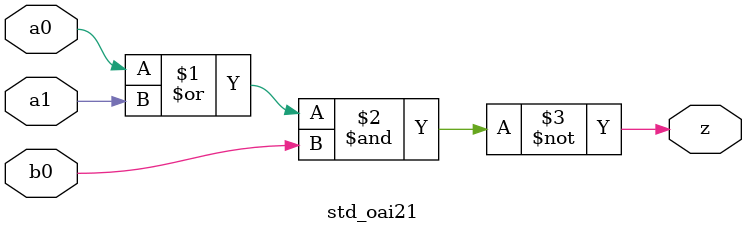
<source format=sv>

module std_oai21 #(parameter DW = 1 ) // array width
(
	input [DW-1:0]  a0,
	input [DW-1:0]  a1,
	input [DW-1:0]  b0, 
	output [DW-1:0] z
);

assign z = ~((a0 | a1) & b0);

endmodule

</source>
